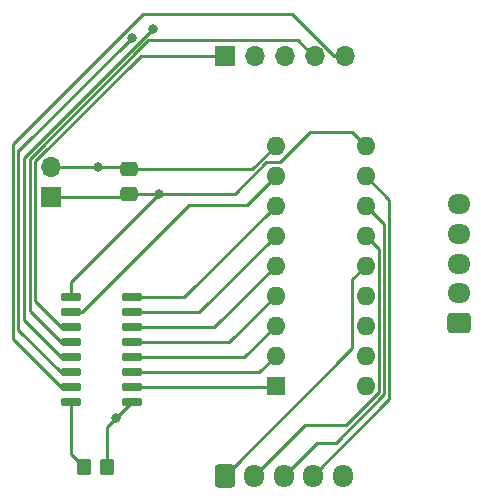
<source format=gbr>
%TF.GenerationSoftware,KiCad,Pcbnew,6.0.11+dfsg-1*%
%TF.CreationDate,2023-12-17T01:08:28-05:00*%
%TF.ProjectId,28byj_controller,32386279-6a5f-4636-9f6e-74726f6c6c65,rev?*%
%TF.SameCoordinates,Original*%
%TF.FileFunction,Copper,L2,Bot*%
%TF.FilePolarity,Positive*%
%FSLAX46Y46*%
G04 Gerber Fmt 4.6, Leading zero omitted, Abs format (unit mm)*
G04 Created by KiCad (PCBNEW 6.0.11+dfsg-1) date 2023-12-17 01:08:28*
%MOMM*%
%LPD*%
G01*
G04 APERTURE LIST*
G04 Aperture macros list*
%AMRoundRect*
0 Rectangle with rounded corners*
0 $1 Rounding radius*
0 $2 $3 $4 $5 $6 $7 $8 $9 X,Y pos of 4 corners*
0 Add a 4 corners polygon primitive as box body*
4,1,4,$2,$3,$4,$5,$6,$7,$8,$9,$2,$3,0*
0 Add four circle primitives for the rounded corners*
1,1,$1+$1,$2,$3*
1,1,$1+$1,$4,$5*
1,1,$1+$1,$6,$7*
1,1,$1+$1,$8,$9*
0 Add four rect primitives between the rounded corners*
20,1,$1+$1,$2,$3,$4,$5,0*
20,1,$1+$1,$4,$5,$6,$7,0*
20,1,$1+$1,$6,$7,$8,$9,0*
20,1,$1+$1,$8,$9,$2,$3,0*%
G04 Aperture macros list end*
%TA.AperFunction,ComponentPad*%
%ADD10R,1.700000X1.700000*%
%TD*%
%TA.AperFunction,ComponentPad*%
%ADD11O,1.700000X1.700000*%
%TD*%
%TA.AperFunction,ComponentPad*%
%ADD12RoundRect,0.250000X0.725000X-0.600000X0.725000X0.600000X-0.725000X0.600000X-0.725000X-0.600000X0*%
%TD*%
%TA.AperFunction,ComponentPad*%
%ADD13O,1.950000X1.700000*%
%TD*%
%TA.AperFunction,ComponentPad*%
%ADD14RoundRect,0.250000X-0.600000X-0.725000X0.600000X-0.725000X0.600000X0.725000X-0.600000X0.725000X0*%
%TD*%
%TA.AperFunction,ComponentPad*%
%ADD15O,1.700000X1.950000*%
%TD*%
%TA.AperFunction,SMDPad,CuDef*%
%ADD16RoundRect,0.250000X0.475000X-0.337500X0.475000X0.337500X-0.475000X0.337500X-0.475000X-0.337500X0*%
%TD*%
%TA.AperFunction,SMDPad,CuDef*%
%ADD17RoundRect,0.250000X-0.350000X-0.450000X0.350000X-0.450000X0.350000X0.450000X-0.350000X0.450000X0*%
%TD*%
%TA.AperFunction,SMDPad,CuDef*%
%ADD18RoundRect,0.150000X0.725000X0.150000X-0.725000X0.150000X-0.725000X-0.150000X0.725000X-0.150000X0*%
%TD*%
%TA.AperFunction,ComponentPad*%
%ADD19R,1.600000X1.600000*%
%TD*%
%TA.AperFunction,ComponentPad*%
%ADD20O,1.600000X1.600000*%
%TD*%
%TA.AperFunction,ViaPad*%
%ADD21C,0.800000*%
%TD*%
%TA.AperFunction,Conductor*%
%ADD22C,0.250000*%
%TD*%
G04 APERTURE END LIST*
D10*
%TO.P,J1,1,Pin_1*%
%TO.N,Net-(J1-Pad1)*%
X121666000Y-55880000D03*
D11*
%TO.P,J1,2,Pin_2*%
%TO.N,Net-(J1-Pad2)*%
X124206000Y-55880000D03*
%TO.P,J1,3,Pin_3*%
%TO.N,Net-(J1-Pad3)*%
X126746000Y-55880000D03*
%TO.P,J1,4,Pin_4*%
%TO.N,Net-(J1-Pad4)*%
X129286000Y-55880000D03*
%TO.P,J1,5,Pin_5*%
%TO.N,Net-(J1-Pad5)*%
X131826000Y-55880000D03*
%TD*%
D10*
%TO.P,J2,1,Pin_1*%
%TO.N,+5V*%
X106934000Y-67818000D03*
D11*
%TO.P,J2,2,Pin_2*%
%TO.N,Earth*%
X106934000Y-65278000D03*
%TD*%
D12*
%TO.P,M1,1*%
%TO.N,Net-(M1-Pad1)*%
X141478000Y-78486000D03*
D13*
%TO.P,M1,2*%
%TO.N,Net-(M1-Pad2)*%
X141478000Y-75986000D03*
%TO.P,M1,3*%
%TO.N,Net-(M1-Pad3)*%
X141478000Y-73486000D03*
%TO.P,M1,4*%
%TO.N,Net-(M1-Pad4)*%
X141478000Y-70986000D03*
%TO.P,M1,5,VIN*%
%TO.N,+5V*%
X141478000Y-68486000D03*
%TD*%
D14*
%TO.P,M2,1*%
%TO.N,Net-(M2-Pad1)*%
X121666000Y-91440000D03*
D15*
%TO.P,M2,2*%
%TO.N,Net-(M2-Pad2)*%
X124166000Y-91440000D03*
%TO.P,M2,3*%
%TO.N,Net-(M2-Pad3)*%
X126666000Y-91440000D03*
%TO.P,M2,4*%
%TO.N,Net-(M2-Pad4)*%
X129166000Y-91440000D03*
%TO.P,M2,5,VIN*%
%TO.N,+5V*%
X131666000Y-91440000D03*
%TD*%
D16*
%TO.P,C1,1*%
%TO.N,+5V*%
X113538000Y-67585500D03*
%TO.P,C1,2*%
%TO.N,Earth*%
X113538000Y-65510500D03*
%TD*%
D17*
%TO.P,R6,1*%
%TO.N,Net-(R6-Pad1)*%
X109744000Y-90678000D03*
%TO.P,R6,2*%
%TO.N,Earth*%
X111744000Y-90678000D03*
%TD*%
D18*
%TO.P,U1,1,QB*%
%TO.N,Net-(U1-Pad1)*%
X113827000Y-76327000D03*
%TO.P,U1,2,QC*%
%TO.N,Net-(U1-Pad2)*%
X113827000Y-77597000D03*
%TO.P,U1,3,QD*%
%TO.N,Net-(U1-Pad3)*%
X113827000Y-78867000D03*
%TO.P,U1,4,QE*%
%TO.N,Net-(U1-Pad4)*%
X113827000Y-80137000D03*
%TO.P,U1,5,QF*%
%TO.N,Net-(U1-Pad5)*%
X113827000Y-81407000D03*
%TO.P,U1,6,QG*%
%TO.N,Net-(U1-Pad6)*%
X113827000Y-82677000D03*
%TO.P,U1,7,QH*%
%TO.N,Net-(U1-Pad7)*%
X113827000Y-83947000D03*
%TO.P,U1,8,GND*%
%TO.N,Earth*%
X113827000Y-85217000D03*
%TO.P,U1,9,QH'*%
%TO.N,Net-(R6-Pad1)*%
X108677000Y-85217000D03*
%TO.P,U1,10,~{SRCLR}*%
%TO.N,Net-(J1-Pad5)*%
X108677000Y-83947000D03*
%TO.P,U1,11,SRCLK*%
%TO.N,Net-(J1-Pad2)*%
X108677000Y-82677000D03*
%TO.P,U1,12,RCLK*%
%TO.N,Net-(J1-Pad3)*%
X108677000Y-81407000D03*
%TO.P,U1,13,~{OE}*%
%TO.N,Net-(J1-Pad4)*%
X108677000Y-80137000D03*
%TO.P,U1,14,SER*%
%TO.N,Net-(J1-Pad1)*%
X108677000Y-78867000D03*
%TO.P,U1,15,QA*%
%TO.N,Net-(U1-Pad15)*%
X108677000Y-77597000D03*
%TO.P,U1,16,VCC*%
%TO.N,+5V*%
X108677000Y-76327000D03*
%TD*%
D19*
%TO.P,U2,1,I1*%
%TO.N,Net-(U1-Pad7)*%
X125984000Y-83820000D03*
D20*
%TO.P,U2,2,I2*%
%TO.N,Net-(U1-Pad6)*%
X125984000Y-81280000D03*
%TO.P,U2,3,I3*%
%TO.N,Net-(U1-Pad5)*%
X125984000Y-78740000D03*
%TO.P,U2,4,I4*%
%TO.N,Net-(U1-Pad4)*%
X125984000Y-76200000D03*
%TO.P,U2,5,I5*%
%TO.N,Net-(U1-Pad3)*%
X125984000Y-73660000D03*
%TO.P,U2,6,I6*%
%TO.N,Net-(U1-Pad2)*%
X125984000Y-71120000D03*
%TO.P,U2,7,I7*%
%TO.N,Net-(U1-Pad1)*%
X125984000Y-68580000D03*
%TO.P,U2,8,I8*%
%TO.N,Net-(U1-Pad15)*%
X125984000Y-66040000D03*
%TO.P,U2,9,GND*%
%TO.N,Earth*%
X125984000Y-63500000D03*
%TO.P,U2,10,COM*%
%TO.N,+5V*%
X133604000Y-63500000D03*
%TO.P,U2,11,O8*%
%TO.N,Net-(M2-Pad4)*%
X133604000Y-66040000D03*
%TO.P,U2,12,O7*%
%TO.N,Net-(M2-Pad3)*%
X133604000Y-68580000D03*
%TO.P,U2,13,O6*%
%TO.N,Net-(M2-Pad2)*%
X133604000Y-71120000D03*
%TO.P,U2,14,O5*%
%TO.N,Net-(M2-Pad1)*%
X133604000Y-73660000D03*
%TO.P,U2,15,O4*%
%TO.N,Net-(M1-Pad4)*%
X133604000Y-76200000D03*
%TO.P,U2,16,O3*%
%TO.N,Net-(M1-Pad3)*%
X133604000Y-78740000D03*
%TO.P,U2,17,O2*%
%TO.N,Net-(M1-Pad2)*%
X133604000Y-81280000D03*
%TO.P,U2,18,O1*%
%TO.N,Net-(M1-Pad1)*%
X133604000Y-83820000D03*
%TD*%
D21*
%TO.N,Earth*%
X110958000Y-65318000D03*
X112476000Y-86568000D03*
%TO.N,+5V*%
X116099500Y-67585500D03*
%TO.N,Net-(J1-Pad3)*%
X115573465Y-53594000D03*
%TO.N,Net-(J1-Pad2)*%
X113792000Y-54356000D03*
%TD*%
D22*
%TO.N,Earth*%
X112476000Y-86568000D02*
X113827000Y-85217000D01*
X110958000Y-65318000D02*
X113345500Y-65318000D01*
X111744000Y-87300000D02*
X112476000Y-86568000D01*
X111744000Y-90678000D02*
X111744000Y-87300000D01*
X113538000Y-65510500D02*
X123973500Y-65510500D01*
X123973500Y-65510500D02*
X125984000Y-63500000D01*
X113345500Y-65318000D02*
X113538000Y-65510500D01*
X106934000Y-65318000D02*
X110958000Y-65318000D01*
%TO.N,+5V*%
X116099500Y-67585500D02*
X116099500Y-67585500D01*
X108677000Y-76327000D02*
X108677000Y-75008000D01*
X113305500Y-67818000D02*
X113538000Y-67585500D01*
X132478999Y-62374999D02*
X128887001Y-62374999D01*
X113538000Y-67585500D02*
X116099500Y-67585500D01*
X108677000Y-75008000D02*
X116099500Y-67585500D01*
X125205411Y-64914999D02*
X122534910Y-67585500D01*
X122534910Y-67585500D02*
X116099500Y-67585500D01*
X126347001Y-64914999D02*
X125205411Y-64914999D01*
X133604000Y-63500000D02*
X132478999Y-62374999D01*
X128887001Y-62374999D02*
X126347001Y-64914999D01*
X106934000Y-67818000D02*
X113305500Y-67818000D01*
%TO.N,Net-(J1-Pad5)*%
X103747981Y-63327017D02*
X114750998Y-52324000D01*
X114750998Y-52324000D02*
X127396715Y-52324000D01*
X103747981Y-79892981D02*
X103747981Y-63327017D01*
X130952715Y-55880000D02*
X131666000Y-55880000D01*
X107802000Y-83947000D02*
X103747981Y-79892981D01*
X127396715Y-52324000D02*
X130952715Y-55880000D01*
X108677000Y-83947000D02*
X107802000Y-83947000D01*
%TO.N,Net-(J1-Pad4)*%
X115223885Y-54579990D02*
X127865990Y-54579990D01*
X105158981Y-77493981D02*
X105158981Y-64644894D01*
X105158981Y-64644894D02*
X115223885Y-54579990D01*
X127865990Y-54579990D02*
X129166000Y-55880000D01*
X108677000Y-80137000D02*
X107802000Y-80137000D01*
X107802000Y-80137000D02*
X105158981Y-77493981D01*
%TO.N,Net-(J1-Pad3)*%
X115573465Y-53594000D02*
X115573465Y-53594000D01*
X104648000Y-78253000D02*
X104648000Y-64519465D01*
X108677000Y-81407000D02*
X107802000Y-81407000D01*
X104648000Y-64519465D02*
X115573465Y-53594000D01*
X107802000Y-81407000D02*
X104648000Y-78253000D01*
%TO.N,Net-(J1-Pad2)*%
X108677000Y-82677000D02*
X107802000Y-82677000D01*
X104197991Y-63896472D02*
X104251528Y-63896472D01*
X104197991Y-79072991D02*
X104197991Y-63896472D01*
X104251528Y-63896472D02*
X113792000Y-54356000D01*
X107802000Y-82677000D02*
X104197991Y-79072991D01*
%TO.N,Net-(J1-Pad1)*%
X105608990Y-64831295D02*
X114560285Y-55880000D01*
X108677000Y-78867000D02*
X107802000Y-78867000D01*
X105608990Y-76673990D02*
X105608990Y-64831295D01*
X114560285Y-55880000D02*
X121666000Y-55880000D01*
X107802000Y-78867000D02*
X105608990Y-76673990D01*
%TO.N,Net-(M2-Pad4)*%
X135629019Y-84976981D02*
X129166000Y-91440000D01*
X135629019Y-68065019D02*
X135629019Y-84976981D01*
X133604000Y-66040000D02*
X135629019Y-68065019D01*
%TO.N,Net-(M2-Pad3)*%
X129460000Y-88646000D02*
X126666000Y-91440000D01*
X135179010Y-84546402D02*
X131079412Y-88646000D01*
X135179010Y-70155010D02*
X135179010Y-84546402D01*
X133604000Y-68580000D02*
X135179010Y-70155010D01*
X131079412Y-88646000D02*
X129460000Y-88646000D01*
%TO.N,Net-(M2-Pad2)*%
X131967002Y-87122000D02*
X128484000Y-87122000D01*
X134729001Y-84360001D02*
X131967002Y-87122000D01*
X128484000Y-87122000D02*
X124166000Y-91440000D01*
X133604000Y-71120000D02*
X134729001Y-72245001D01*
X134729001Y-72245001D02*
X134729001Y-84360001D01*
%TO.N,Net-(M2-Pad1)*%
X132478999Y-74785001D02*
X132478999Y-80627001D01*
X132478999Y-80627001D02*
X121666000Y-91440000D01*
X133604000Y-73660000D02*
X132478999Y-74785001D01*
%TO.N,Net-(R6-Pad1)*%
X108677000Y-85217000D02*
X108677000Y-89611000D01*
X108677000Y-89611000D02*
X109744000Y-90678000D01*
%TO.N,Net-(U1-Pad15)*%
X118650990Y-68498010D02*
X109552000Y-77597000D01*
X125984000Y-66040000D02*
X123525990Y-68498010D01*
X109552000Y-77597000D02*
X108677000Y-77597000D01*
X123525990Y-68498010D02*
X118650990Y-68498010D01*
%TO.N,Net-(U1-Pad7)*%
X113827000Y-83947000D02*
X125857000Y-83947000D01*
X125857000Y-83947000D02*
X125984000Y-83820000D01*
%TO.N,Net-(U1-Pad6)*%
X113827000Y-82677000D02*
X124587000Y-82677000D01*
X124587000Y-82677000D02*
X125984000Y-81280000D01*
%TO.N,Net-(U1-Pad5)*%
X123317000Y-81407000D02*
X125984000Y-78740000D01*
X113827000Y-81407000D02*
X123317000Y-81407000D01*
%TO.N,Net-(U1-Pad4)*%
X113827000Y-80137000D02*
X122047000Y-80137000D01*
X122047000Y-80137000D02*
X125984000Y-76200000D01*
%TO.N,Net-(U1-Pad3)*%
X113827000Y-78867000D02*
X120777000Y-78867000D01*
X120777000Y-78867000D02*
X125984000Y-73660000D01*
%TO.N,Net-(U1-Pad2)*%
X113827000Y-77597000D02*
X119507000Y-77597000D01*
X119507000Y-77597000D02*
X125984000Y-71120000D01*
%TO.N,Net-(U1-Pad1)*%
X118237000Y-76327000D02*
X125984000Y-68580000D01*
X113827000Y-76327000D02*
X118237000Y-76327000D01*
%TD*%
M02*

</source>
